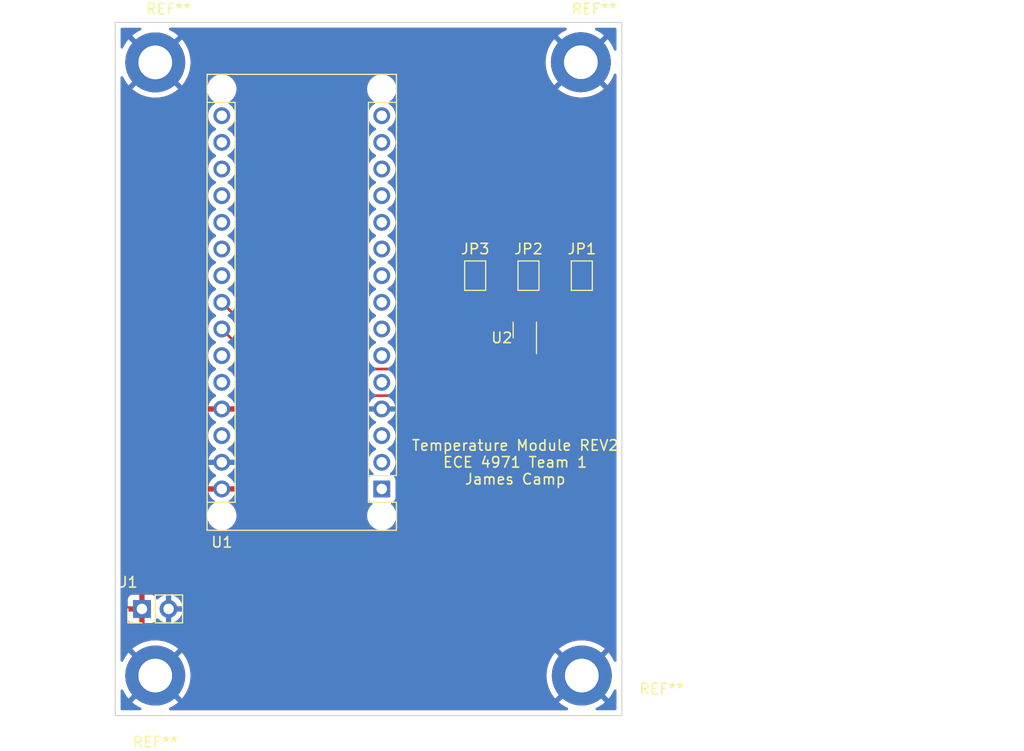
<source format=kicad_pcb>
(kicad_pcb (version 20211014) (generator pcbnew)
  (layers (0 "F.Cu" signal) (31 "B.Cu" signal) (34 "B.Paste" user) (35 "F.Paste" user) (36 "B.SilkS" user "B.Silkscreen") (37 "F.SilkS" user "F.Silkscreen") (38 "B.Mask" user) (39 "F.Mask" user) (44 "Edge.Cuts" user))
  (net 0 "")
  (net 18 "Net-(U1-Pad23)")
  (net 19 "Net-(U1-Pad24)")
  (net 23 "Net-(JP1-Pad2)")
  (net 25 "Net-(JP2-Pad2)")
  (net 26 "Net-(JP3-Pad2)")
  (net 28 "+5V")
  (net 29 "GND")
  (footprint "" (layer "F.Cu") (at 161.200137 66.023661)
    (fp_text reference "" (at 0 0) (layer "F.SilkS") (effects (font (size 1.27 1.27))))
    (fp_text value "" (at 0 0) (layer "F.SilkS") (effects (font (size 1.27 1.27))))
    (pad "1" thru_hole circle (at 0 0) (size 5.7 5.7) (drill 3.2) (layers *.Cu *.Mask) (net 29 "GND"))
  )
  (footprint "" (layer "F.Cu") (at 120.65 124.46)
    (fp_text reference "" (at 0 0) (layer "F.SilkS") (effects (font (size 1.27 1.27))))
    (fp_text value "" (at 0 0) (layer "F.SilkS") (effects (font (size 1.27 1.27))))
    (pad "1" thru_hole circle (at 0 0) (size 5.7 5.7) (drill 3.2) (layers *.Cu *.Mask) (net 29 "GND"))
  )
  (footprint "Connector_PinHeader_2.54mm:PinHeader_1x02_P2.54mm_Vertical" (layer "F.Cu") (at 119.38 118.11 90)
    (fp_text reference "J1" (at 2.54 -1.27 180) (layer "F.SilkS"))
    (fp_text value "Conn_01x02_Female")
    (fp_line (start -1.33 3.87) (end 1.33 3.87) (layer "F.SilkS") (width 0.12))
    (fp_line (start -1.33 1.27) (end -1.33 3.87) (layer "F.SilkS") (width 0.12))
    (fp_line (start -1.33 1.27) (end 1.33 1.27) (layer "F.SilkS") (width 0.12))
    (fp_line (start 1.33 1.27) (end 1.33 3.87) (layer "F.SilkS") (width 0.12))
    (fp_line (start -1.33 -1.33) (end 0 -1.33) (layer "F.SilkS") (width 0.12))
    (fp_line (start -1.33 0) (end -1.33 -1.33) (layer "F.SilkS") (width 0.12))
    (pad "1" thru_hole rect (at 0 0 90) (size 1.7 1.7) (drill 1) (layers *.Cu *.Mask) (net 28 "+5V"))
    (pad "2" thru_hole oval (at 0 2.54 90) (size 1.7 1.7) (drill 1) (layers *.Cu *.Mask) (net 29 "GND"))
  )
  (footprint "Module:Arduino_Nano_WithMountingHoles" (layer "F.Cu") (at 142.23 106.68 180)
    (fp_text reference "U1" (at 15.23 -5.08) (layer "F.SilkS"))
    (fp_text value "Arduino_Nano_v2.x")
    (fp_line (start 1.27 1.27) (end -1.4 1.27) (layer "F.SilkS") (width 0.12))
    (fp_line (start -1.4 1.27) (end -1.4 39.5) (layer "F.SilkS") (width 0.12))
    (fp_line (start 1.27 1.27) (end 1.27 -1.27) (layer "F.SilkS") (width 0.12))
    (fp_line (start -1.4 -3.94) (end -1.4 -1.27) (layer "F.SilkS") (width 0.12))
    (fp_line (start 16.64 -3.94) (end -1.4 -3.94) (layer "F.SilkS") (width 0.12))
    (fp_line (start 1.27 -1.27) (end -1.4 -1.27) (layer "F.SilkS") (width 0.12))
    (fp_line (start 13.97 -1.27) (end 16.64 -1.27) (layer "F.SilkS") (width 0.12))
    (fp_line (start 13.97 -1.27) (end 13.97 36.83) (layer "F.SilkS") (width 0.12))
    (fp_line (start 13.97 36.83) (end 16.64 36.83) (layer "F.SilkS") (width 0.12))
    (fp_line (start -1.4 39.5) (end 16.64 39.5) (layer "F.SilkS") (width 0.12))
    (fp_line (start 16.64 39.5) (end 16.64 -3.94) (layer "F.SilkS") (width 0.12))
    (fp_line (start 1.27 36.83) (end -1.4 36.83) (layer "F.SilkS") (width 0.12))
    (fp_line (start 1.27 1.27) (end 1.27 36.83) (layer "F.SilkS") (width 0.12))
    (pad "" np_thru_hole circle (at 15.24 -2.54 180) (size 1.78 1.78) (drill 1.78) (layers *.Cu *.Mask))
    (pad "" np_thru_hole circle (at 0 -2.54 180) (size 1.78 1.78) (drill 1.78) (layers *.Cu *.Mask))
    (pad "" np_thru_hole circle (at 0 38.1 180) (size 1.78 1.78) (drill 1.78) (layers *.Cu *.Mask))
    (pad "" np_thru_hole circle (at 15.24 38.1 180) (size 1.78 1.78) (drill 1.78) (layers *.Cu *.Mask))
    (pad "1" thru_hole rect (at 0 0 180) (size 1.6 1.6) (drill 1) (layers *.Cu *.Mask))
    (pad "2" thru_hole oval (at 0 2.54 180) (size 1.6 1.6) (drill 1) (layers *.Cu *.Mask))
    (pad "3" thru_hole oval (at 0 5.08 180) (size 1.6 1.6) (drill 1) (layers *.Cu *.Mask))
    (pad "4" thru_hole oval (at 0 7.62 180) (size 1.6 1.6) (drill 1) (layers *.Cu *.Mask) (net 29 "GND"))
    (pad "5" thru_hole oval (at 0 10.16 180) (size 1.6 1.6) (drill 1) (layers *.Cu *.Mask))
    (pad "6" thru_hole oval (at 0 12.7 180) (size 1.6 1.6) (drill 1) (layers *.Cu *.Mask))
    (pad "7" thru_hole oval (at 0 15.24 180) (size 1.6 1.6) (drill 1) (layers *.Cu *.Mask))
    (pad "8" thru_hole oval (at 0 17.78 180) (size 1.6 1.6) (drill 1) (layers *.Cu *.Mask))
    (pad "9" thru_hole oval (at 0 20.32 180) (size 1.6 1.6) (drill 1) (layers *.Cu *.Mask))
    (pad "10" thru_hole oval (at 0 22.86 180) (size 1.6 1.6) (drill 1) (layers *.Cu *.Mask))
    (pad "11" thru_hole oval (at 0 25.4 180) (size 1.6 1.6) (drill 1) (layers *.Cu *.Mask))
    (pad "12" thru_hole oval (at 0 27.94 180) (size 1.6 1.6) (drill 1) (layers *.Cu *.Mask))
    (pad "13" thru_hole oval (at 0 30.48 180) (size 1.6 1.6) (drill 1) (layers *.Cu *.Mask))
    (pad "14" thru_hole oval (at 0 33.02 180) (size 1.6 1.6) (drill 1) (layers *.Cu *.Mask))
    (pad "15" thru_hole oval (at 0 35.56 180) (size 1.6 1.6) (drill 1) (layers *.Cu *.Mask))
    (pad "16" thru_hole oval (at 15.24 35.56 180) (size 1.6 1.6) (drill 1) (layers *.Cu *.Mask))
    (pad "17" thru_hole oval (at 15.24 33.02 180) (size 1.6 1.6) (drill 1) (layers *.Cu *.Mask))
    (pad "18" thru_hole oval (at 15.24 30.48 180) (size 1.6 1.6) (drill 1) (layers *.Cu *.Mask))
    (pad "19" thru_hole oval (at 15.24 27.94 180) (size 1.6 1.6) (drill 1) (layers *.Cu *.Mask))
    (pad "20" thru_hole oval (at 15.24 25.4 180) (size 1.6 1.6) (drill 1) (layers *.Cu *.Mask))
    (pad "21" thru_hole oval (at 15.24 22.86 180) (size 1.6 1.6) (drill 1) (layers *.Cu *.Mask))
    (pad "22" thru_hole oval (at 15.24 20.32 180) (size 1.6 1.6) (drill 1) (layers *.Cu *.Mask))
    (pad "23" thru_hole oval (at 15.24 17.78 180) (size 1.6 1.6) (drill 1) (layers *.Cu *.Mask) (net 18 "Net-(U1-Pad23)"))
    (pad "24" thru_hole oval (at 15.24 15.24 180) (size 1.6 1.6) (drill 1) (layers *.Cu *.Mask) (net 19 "Net-(U1-Pad24)"))
    (pad "25" thru_hole oval (at 15.24 12.7 180) (size 1.6 1.6) (drill 1) (layers *.Cu *.Mask))
    (pad "26" thru_hole oval (at 15.24 10.16 180) (size 1.6 1.6) (drill 1) (layers *.Cu *.Mask))
    (pad "27" thru_hole oval (at 15.24 7.62 180) (size 1.6 1.6) (drill 1) (layers *.Cu *.Mask) (net 28 "+5V"))
    (pad "28" thru_hole oval (at 15.24 5.08 180) (size 1.6 1.6) (drill 1) (layers *.Cu *.Mask))
    (pad "29" thru_hole oval (at 15.24 2.54 180) (size 1.6 1.6) (drill 1) (layers *.Cu *.Mask) (net 29 "GND"))
    (pad "30" thru_hole oval (at 15.24 0 180) (size 1.6 1.6) (drill 1) (layers *.Cu *.Mask) (net 28 "+5V"))
  )
  (footprint "" (layer "F.Cu") (at 120.65 66.04)
    (fp_text reference "" (at 0 0) (layer "F.SilkS") (effects (font (size 1.27 1.27))))
    (fp_text value "" (at 0 0) (layer "F.SilkS") (effects (font (size 1.27 1.27))))
    (pad "1" thru_hole circle (at 0 0) (size 5.7 5.7) (drill 3.2) (layers *.Cu *.Mask) (net 29 "GND"))
  )
  (footprint "MountingHole:MountingHole_3.2mm_M3_ISO7380_Pad" (layer "F.Cu") (at 120.65 124.46)
    (fp_text reference "REF**" (at 0 6.35) (layer "F.SilkS"))
    (fp_text value "MountingHole_3.2mm_M3_ISO7380_Pad")
    (pad "1" thru_hole circle (at 0 0) (size 5.7 5.7) (drill 3.2) (layers *.Cu *.Mask) (net 29 "GND"))
  )
  (footprint "MountingHole:MountingHole_3.2mm_M3_ISO7380_Pad" (layer "F.Cu") (at 161.29 124.46)
    (fp_text reference "REF**" (at 7.62 1.27) (layer "F.SilkS"))
    (fp_text value "MountingHole_3.2mm_M3_ISO7380_Pad")
    (pad "1" thru_hole circle (at 0 0) (size 5.7 5.7) (drill 3.2) (layers *.Cu *.Mask) (net 29 "GND"))
  )
  (footprint "Jumper:SolderJumper-2_P1.3mm_Bridged2Bar_Pad1.0x1.5mm" (layer "F.Cu") (at 161.29 86.36 -90)
    (fp_text reference "JP1" (at -2.54 0 180) (layer "F.SilkS"))
    (fp_text value "SolderJumper_2_Open")
    (fp_poly (pts (xy -0.25 -0.6) (xy 0.25 -0.6) (xy 0.25 -0.2) (xy -0.25 -0.2)) (layer "F.Cu") (width 0) (fill solid))
    (fp_poly (pts (xy -0.25 0.2) (xy 0.25 0.2) (xy 0.25 0.6) (xy -0.25 0.6)) (layer "F.Cu") (width 0) (fill solid))
    (fp_line (start 1.4 1) (end -1.4 1) (layer "F.SilkS") (width 0.12))
    (fp_line (start -1.4 1) (end -1.4 -1) (layer "F.SilkS") (width 0.12))
    (fp_line (start -1.4 -1) (end 1.4 -1) (layer "F.SilkS") (width 0.12))
    (fp_line (start 1.4 -1) (end 1.4 1) (layer "F.SilkS") (width 0.12))
    (pad "1" smd rect (at -0.65 0 270) (size 1 1.5) (layers "F.Cu" "F.Mask") (net 28 "+5V"))
    (pad "2" smd rect (at 0.65 0 270) (size 1 1.5) (layers "F.Cu" "F.Mask") (net 23 "Net-(JP1-Pad2)"))
  )
  (footprint "Jumper:SolderJumper-2_P1.3mm_Bridged2Bar_Pad1.0x1.5mm" (layer "F.Cu") (at 156.21 86.36 -90)
    (fp_text reference "JP2" (at -2.54 0 180) (layer "F.SilkS"))
    (fp_text value "SolderJumper_2_Open")
    (fp_poly (pts (xy -0.25 0.2) (xy 0.25 0.2) (xy 0.25 0.6) (xy -0.25 0.6)) (layer "F.Cu") (width 0) (fill solid))
    (fp_poly (pts (xy -0.25 -0.6) (xy 0.25 -0.6) (xy 0.25 -0.2) (xy -0.25 -0.2)) (layer "F.Cu") (width 0) (fill solid))
    (fp_line (start 1.4 -1) (end 1.4 1) (layer "F.SilkS") (width 0.12))
    (fp_line (start -1.4 1) (end -1.4 -1) (layer "F.SilkS") (width 0.12))
    (fp_line (start 1.4 1) (end -1.4 1) (layer "F.SilkS") (width 0.12))
    (fp_line (start -1.4 -1) (end 1.4 -1) (layer "F.SilkS") (width 0.12))
    (pad "1" smd rect (at -0.65 0 270) (size 1 1.5) (layers "F.Cu" "F.Mask") (net 28 "+5V"))
    (pad "2" smd rect (at 0.65 0 270) (size 1 1.5) (layers "F.Cu" "F.Mask") (net 25 "Net-(JP2-Pad2)"))
  )
  (footprint "Package_DFN_QFN:DFN-8-1EP_3x2mm_P0.5mm_EP1.7x1.4mm" (layer "F.Cu") (at 155.86 92.285 90)
    (fp_text reference "U2" (at 0 -2.19) (layer "F.SilkS"))
    (fp_text value "MCP9808_DFN")
    (fp_line (start 0 -1.11) (end 1.5 -1.11) (layer "F.SilkS") (width 0.12))
    (fp_line (start -1.5 1.11) (end 1.5 1.11) (layer "F.SilkS") (width 0.12))
    (pad "1" smd roundrect (at -1.45 -0.75 90) (size 0.8 0.25) (layers "F.Cu" "F.Paste" "F.Mask") (net 18 "Net-(U1-Pad23)"))
    (pad "2" smd roundrect (at -1.45 -0.25 90) (size 0.8 0.25) (layers "F.Cu" "F.Paste" "F.Mask") (net 19 "Net-(U1-Pad24)"))
    (pad "3" smd roundrect (at -1.45 0.25 90) (size 0.8 0.25) (layers "F.Cu" "F.Paste" "F.Mask"))
    (pad "4" smd roundrect (at -1.45 0.75 90) (size 0.8 0.25) (layers "F.Cu" "F.Paste" "F.Mask") (net 29 "GND"))
    (pad "5" smd roundrect (at 1.45 0.75 90) (size 0.8 0.25) (layers "F.Cu" "F.Paste" "F.Mask") (net 23 "Net-(JP1-Pad2)"))
    (pad "6" smd roundrect (at 1.45 0.25 90) (size 0.8 0.25) (layers "F.Cu" "F.Paste" "F.Mask") (net 25 "Net-(JP2-Pad2)"))
    (pad "7" smd roundrect (at 1.45 -0.25 90) (size 0.8 0.25) (layers "F.Cu" "F.Paste" "F.Mask") (net 26 "Net-(JP3-Pad2)"))
    (pad "8" smd roundrect (at 1.45 -0.75 90) (size 0.8 0.25) (layers "F.Cu" "F.Paste" "F.Mask") (net 28 "+5V"))
    (pad "9" smd rect (at 0 0 90) (size 1.7 1.4) (layers "F.Cu" "F.Mask"))
  )
  (footprint "Jumper:SolderJumper-2_P1.3mm_Bridged2Bar_Pad1.0x1.5mm" (layer "F.Cu") (at 151.13 86.36 -90)
    (fp_text reference "JP3" (at -2.54 0 180) (layer "F.SilkS"))
    (fp_text value "SolderJumper_2_Open")
    (fp_poly (pts (xy -0.25 0.2) (xy 0.25 0.2) (xy 0.25 0.6) (xy -0.25 0.6)) (layer "F.Cu") (width 0) (fill solid))
    (fp_poly (pts (xy -0.25 -0.6) (xy 0.25 -0.6) (xy 0.25 -0.2) (xy -0.25 -0.2)) (layer "F.Cu") (width 0) (fill solid))
    (fp_line (start 1.4 1) (end -1.4 1) (layer "F.SilkS") (width 0.12))
    (fp_line (start 1.4 -1) (end 1.4 1) (layer "F.SilkS") (width 0.12))
    (fp_line (start -1.4 -1) (end 1.4 -1) (layer "F.SilkS") (width 0.12))
    (fp_line (start -1.4 1) (end -1.4 -1) (layer "F.SilkS") (width 0.12))
    (pad "1" smd rect (at -0.65 0 270) (size 1 1.5) (layers "F.Cu" "F.Mask") (net 28 "+5V"))
    (pad "2" smd rect (at 0.65 0 270) (size 1 1.5) (layers "F.Cu" "F.Mask") (net 26 "Net-(JP3-Pad2)"))
  )
  (footprint "" (layer "F.Cu") (at 161.29 124.46)
    (fp_text reference "" (at 0 0) (layer "F.SilkS") (effects (font (size 1.27 1.27))))
    (fp_text value "" (at 0 0) (layer "F.SilkS") (effects (font (size 1.27 1.27))))
    (pad "1" thru_hole circle (at 0 0) (size 5.7 5.7) (drill 3.2) (layers *.Cu *.Mask) (net 29 "GND"))
  )
  (footprint "MountingHole:MountingHole_3.2mm_M3_ISO7380_Pad" (layer "F.Cu") (at 120.65 66.04)
    (fp_text reference "REF**" (at 1.27 -5.08) (layer "F.SilkS"))
    (fp_text value "MountingHole_3.2mm_M3_ISO7380_Pad")
    (pad "1" thru_hole circle (at 0 0) (size 5.7 5.7) (drill 3.2) (layers *.Cu *.Mask) (net 29 "GND"))
  )
  (footprint "MountingHole:MountingHole_3.2mm_M3_ISO7380_Pad" (layer "F.Cu") (at 161.200137 66.023661)
    (fp_text reference "REF**" (at 1.27 -5.08) (layer "F.SilkS"))
    (fp_text value "MountingHole_3.2mm_M3_ISO7380_Pad")
    (pad "1" thru_hole circle (at 0 0) (size 5.7 5.7) (drill 3.2) (layers *.Cu *.Mask) (net 29 "GND"))
  )
  (gr_line (start 165.1 128.27) (end 116.84 128.27) (layer "Edge.Cuts") (width 0.1))
  (gr_line (start 116.84 62.23) (end 116.84 128.27) (layer "Edge.Cuts") (width 0.1))
  (gr_line (start 116.84 62.23) (end 165.1 62.23) (layer "Edge.Cuts") (width 0.1))
  (gr_line (start 165.1 62.23) (end 165.1 128.27) (layer "Edge.Cuts") (width 0.1))
  (gr_text "Temperature Module REV2\nECE 4971 Team 1\nJames Camp" (at 154.94 104.14) (layer "F.SilkS") (effects (font (size 1 1))))
  (segment (start 126.99 88.9) (end 133.34 95.25) (width 0.25) (layer "F.Cu") (net 18))
  (segment (start 153.67 95.25) (end 155.11 93.81) (width 0.25) (layer "F.Cu") (net 18))
  (segment (start 155.11 93.81) (end 155.11 93.735) (width 0.25) (layer "F.Cu") (net 18))
  (segment (start 133.34 95.25) (end 153.67 95.25) (width 0.25) (layer "F.Cu") (net 18))
  (segment (start 126.99 91.44) (end 133.34 97.79) (width 0.25) (layer "F.Cu") (net 19))
  (segment (start 133.34 97.79) (end 152.002328 97.79) (width 0.25) (layer "F.Cu") (net 19))
  (segment (start 152.002328 97.79) (end 155.61 94.182328) (width 0.25) (layer "F.Cu") (net 19))
  (segment (start 155.61 94.182328) (end 155.61 93.735) (width 0.25) (layer "F.Cu") (net 19))
  (segment (start 156.61 90.835) (end 157.465 90.835) (width 0.25) (layer "F.Cu") (net 23))
  (segment (start 157.465 90.835) (end 161.29 87.01) (width 0.25) (layer "F.Cu") (net 23))
  (segment (start 156.21 87.01) (end 156.11 87.11) (width 0.25) (layer "F.Cu") (net 25))
  (segment (start 156.11 87.11) (end 156.11 90.835) (width 0.25) (layer "F.Cu") (net 25))
  (segment (start 151.13 87.01) (end 152.232328 87.01) (width 0.25) (layer "F.Cu") (net 26))
  (segment (start 152.232328 87.01) (end 155.61 90.387672) (width 0.25) (layer "F.Cu") (net 26))
  (segment (start 155.61 90.387672) (end 155.61 90.835) (width 0.25) (layer "F.Cu") (net 26))
  (segment (start 156.61 94.182328) (end 156.61 93.735) (width 0.25) (layer "F.Cu") (net 29))
  (segment (start 151.732328 99.06) (end 156.61 94.182328) (width 0.25) (layer "F.Cu") (net 29))
  (segment (start 142.23 99.06) (end 151.732328 99.06) (width 0.25) (layer "F.Cu") (net 29))
  (zone (net 28) (net_name "+5V") (layer "F.Cu") (connect_pads (clearance 0.508)) (min_thickness 0.254) (fill yes (thermal_gap 0.508) (thermal_bridge_width 0.508))
    (polygon (pts (xy 166.37 130.81) (xy 115.57 130.81) (xy 115.57 60.96) (xy 166.37 60.96)))
  )
  (zone (net 29) (net_name "GND") (layer "B.Cu") (connect_pads (clearance 0.508)) (min_thickness 0.254) (fill yes (thermal_gap 0.508) (thermal_bridge_width 0.508))
    (polygon (pts (xy 166.37 129.54) (xy 115.57 129.54) (xy 115.57 60.96) (xy 166.37 60.96)))
  )
)
</source>
